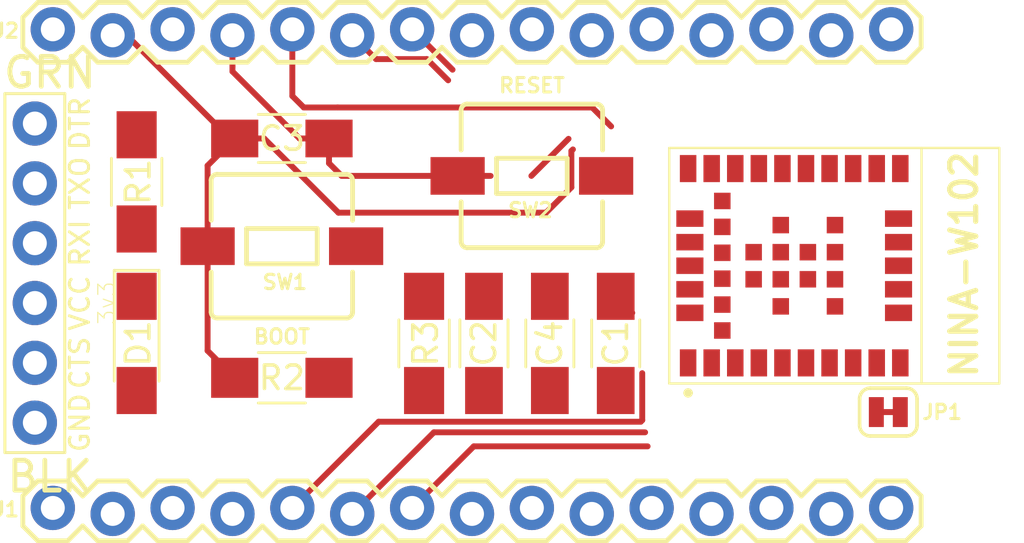
<source format=kicad_pcb>
(kicad_pcb (version 4) (host pcbnew 4.0.7-e2-6376~60~ubuntu17.10.1)

  (general
    (links 73)
    (no_connects 73)
    (area 106.11678 94.641999 152.309501 119.49618)
    (thickness 1.6)
    (drawings 6)
    (tracks 53)
    (zones 0)
    (modules 15)
    (nets 34)
  )

  (page A4)
  (title_block
    (title "ublox NINA-W102 minimal breakout")
    (date 2018-04-18)
    (rev 0.1)
    (company "GDG Zürich")
    (comment 1 "Michel Racic")
  )

  (layers
    (0 F.Cu signal)
    (31 B.Cu signal hide)
    (32 B.Adhes user hide)
    (33 F.Adhes user hide)
    (34 B.Paste user hide)
    (35 F.Paste user hide)
    (36 B.SilkS user hide)
    (37 F.SilkS user hide)
    (38 B.Mask user hide)
    (39 F.Mask user hide)
    (40 Dwgs.User user hide)
    (41 Cmts.User user hide)
    (42 Eco1.User user hide)
    (43 Eco2.User user hide)
    (44 Edge.Cuts user hide)
    (45 Margin user hide)
    (46 B.CrtYd user hide)
    (47 F.CrtYd user hide)
    (48 B.Fab user hide)
    (49 F.Fab user hide)
  )

  (setup
    (last_trace_width 0.1524)
    (trace_clearance 0.1524)
    (zone_clearance 0.508)
    (zone_45_only no)
    (trace_min 0.1524)
    (segment_width 0.2)
    (edge_width 0.15)
    (via_size 0.6858)
    (via_drill 0.3302)
    (via_min_size 0.508)
    (via_min_drill 0.254)
    (uvia_size 0.6858)
    (uvia_drill 0.3302)
    (uvias_allowed no)
    (uvia_min_size 0)
    (uvia_min_drill 0)
    (pcb_text_width 0.3)
    (pcb_text_size 1.5 1.5)
    (mod_edge_width 0.15)
    (mod_text_size 1 1)
    (mod_text_width 0.15)
    (pad_size 1.524 1.524)
    (pad_drill 0.762)
    (pad_to_mask_clearance 0.2)
    (aux_axis_origin 0 0)
    (visible_elements FFFFFF7F)
    (pcbplotparams
      (layerselection 0x00030_80000001)
      (usegerberextensions false)
      (excludeedgelayer true)
      (linewidth 0.100000)
      (plotframeref false)
      (viasonmask false)
      (mode 1)
      (useauxorigin false)
      (hpglpennumber 1)
      (hpglpenspeed 20)
      (hpglpendiameter 15)
      (hpglpenoverlay 2)
      (psnegative false)
      (psa4output false)
      (plotreference true)
      (plotvalue true)
      (plotinvisibletext false)
      (padsonsilk false)
      (subtractmaskfromsilk false)
      (outputformat 1)
      (mirror false)
      (drillshape 1)
      (scaleselection 1)
      (outputdirectory ""))
  )

  (net 0 "")
  (net 1 +3V3)
  (net 2 GND)
  (net 3 CTS)
  (net 4 DTR)
  (net 5 "Net-(D1-Pad1)")
  (net 6 "Net-(J1-Pad1)")
  (net 7 "Net-(J1-Pad2)")
  (net 8 "Net-(J1-Pad3)")
  (net 9 "Net-(J1-Pad5)")
  (net 10 "Net-(J1-Pad6)")
  (net 11 "Net-(J1-Pad7)")
  (net 12 "Net-(J1-Pad8)")
  (net 13 "Net-(J1-Pad9)")
  (net 14 "Net-(J1-Pad10)")
  (net 15 "Net-(J1-Pad12)")
  (net 16 "Net-(J1-Pad13)")
  (net 17 "Net-(J2-Pad1)")
  (net 18 "Net-(J2-Pad3)")
  (net 19 "Net-(J2-Pad5)")
  (net 20 "Net-(J2-Pad6)")
  (net 21 "Net-(J2-Pad7)")
  (net 22 RXD)
  (net 23 TXD)
  (net 24 "Net-(J2-Pad10)")
  (net 25 "Net-(J2-Pad11)")
  (net 26 "Net-(J2-Pad13)")
  (net 27 "Net-(J2-Pad14)")
  (net 28 "Net-(J2-Pad15)")
  (net 29 "Net-(U1-Pad11)")
  (net 30 "Net-(U1-Pad13)")
  (net 31 "Net-(U1-Pad15)")
  (net 32 "Net-(U1-Pad33)")
  (net 33 +1V8)

  (net_class Default "This is the default net class."
    (clearance 0.1524)
    (trace_width 0.1524)
    (via_dia 0.6858)
    (via_drill 0.3302)
    (uvia_dia 0.6858)
    (uvia_drill 0.3302)
    (add_net +1V8)
    (add_net +3V3)
    (add_net CTS)
    (add_net DTR)
    (add_net GND)
    (add_net "Net-(D1-Pad1)")
    (add_net "Net-(J1-Pad1)")
    (add_net "Net-(J1-Pad10)")
    (add_net "Net-(J1-Pad12)")
    (add_net "Net-(J1-Pad13)")
    (add_net "Net-(J1-Pad2)")
    (add_net "Net-(J1-Pad3)")
    (add_net "Net-(J1-Pad5)")
    (add_net "Net-(J1-Pad6)")
    (add_net "Net-(J1-Pad7)")
    (add_net "Net-(J1-Pad8)")
    (add_net "Net-(J1-Pad9)")
    (add_net "Net-(J2-Pad1)")
    (add_net "Net-(J2-Pad10)")
    (add_net "Net-(J2-Pad11)")
    (add_net "Net-(J2-Pad13)")
    (add_net "Net-(J2-Pad14)")
    (add_net "Net-(J2-Pad15)")
    (add_net "Net-(J2-Pad3)")
    (add_net "Net-(J2-Pad5)")
    (add_net "Net-(J2-Pad6)")
    (add_net "Net-(J2-Pad7)")
    (add_net "Net-(U1-Pad11)")
    (add_net "Net-(U1-Pad13)")
    (add_net "Net-(U1-Pad15)")
    (add_net "Net-(U1-Pad33)")
    (add_net RXD)
    (add_net TXD)
  )

  (module switchessilicone:TACTILE_SWITCH_SMD_6.0X6.0MM placed (layer F.Cu) (tedit 5AD880E9) (tstamp 5AD68325)
    (at 130.81 102.616 180)
    (descr "MOMENTARY SWITCH (PUSHBUTTON) - SPST - SMD, 6.0 X 6.0 MM")
    (tags "MOMENTARY SWITCH (PUSHBUTTON) - SPST - SMD, 6.0 X 3.5 MM")
    (path /5AD567C7)
    (attr smd)
    (fp_text reference SW2 (at 0.0635 -1.4605 180) (layer F.SilkS)
      (effects (font (size 0.6096 0.6096) (thickness 0.127)))
    )
    (fp_text value RESET (at 0 3.84 180) (layer F.SilkS)
      (effects (font (size 0.6096 0.6096) (thickness 0.127)))
    )
    (fp_line (start 3.00026 -1.1) (end 3.00026 -2.8) (layer F.SilkS) (width 0.2032))
    (fp_line (start -2.99974 -1.1) (end -2.99974 -2.8) (layer F.SilkS) (width 0.2032))
    (fp_line (start 3.00026 2.8) (end 3.00026 1.1) (layer F.SilkS) (width 0.2032))
    (fp_line (start -2.99974 -1.09982) (end -2.99974 1.09982) (layer Dwgs.User) (width 0.127))
    (fp_line (start 2.99974 -1.09982) (end 2.99974 1.09982) (layer Dwgs.User) (width 0.127))
    (fp_line (start -2.74828 -3.04752) (end 2.74828 -3.04752) (layer F.SilkS) (width 0.2032))
    (fp_line (start 2.74828 3.04752) (end -2.74828 3.04752) (layer F.SilkS) (width 0.2032))
    (fp_line (start -2.99974 2.8) (end -2.99974 1.1) (layer F.SilkS) (width 0.2032))
    (fp_line (start -1.4986 -0.7493) (end 1.4986 -0.7493) (layer F.SilkS) (width 0.2032))
    (fp_line (start 1.4986 0.7493) (end -1.4986 0.7493) (layer F.SilkS) (width 0.2032))
    (fp_line (start -1.4986 0.7493) (end -1.4986 -0.7493) (layer F.SilkS) (width 0.2032))
    (fp_line (start 1.4986 0.7493) (end 1.4986 -0.7493) (layer F.SilkS) (width 0.2032))
    (fp_line (start -1.99898 0) (end -0.99822 0) (layer Dwgs.User) (width 0.127))
    (fp_line (start -0.99822 0) (end 0.09906 -0.49784) (layer Dwgs.User) (width 0.127))
    (fp_line (start 0.29972 0) (end 1.99898 0) (layer Dwgs.User) (width 0.127))
    (fp_arc (start -2.74828 -2.7986) (end -2.99974 -2.7986) (angle 90) (layer F.SilkS) (width 0.2032))
    (fp_arc (start 2.74828 -2.7986) (end 2.74828 -3.04752) (angle 90) (layer F.SilkS) (width 0.2032))
    (fp_arc (start 2.74828 2.7986) (end 2.99974 2.7986) (angle 90) (layer F.SilkS) (width 0.2032))
    (fp_arc (start -2.74828 2.7986) (end -2.74828 3.04752) (angle 90) (layer F.SilkS) (width 0.2032))
    (pad 1 smd rect (at -3.1496 0) (size 2.2987 1.59766) (layers F.Cu F.Paste F.Mask)
      (net 4 DTR) (solder_mask_margin 0.1016))
    (pad 2 smd rect (at 3.1496 0) (size 2.2987 1.59766) (layers F.Cu F.Paste F.Mask)
      (net 2 GND) (solder_mask_margin 0.1016))
  )

  (module Connectors-SparkFun:1X15_LOCK placed (layer F.Cu) (tedit 5AD88291) (tstamp 5AD68281)
    (at 110.49 96.52)
    (descr "PLATED THROUGH HOLE -15 PIN LOCKING FOOTPRINT")
    (tags "PLATED THROUGH HOLE -15 PIN LOCKING FOOTPRINT")
    (path /5AD4D4D7)
    (attr virtual)
    (fp_text reference J2 (at -1.9685 -0.0635) (layer F.SilkS)
      (effects (font (size 0.6096 0.6096) (thickness 0.127)))
    )
    (fp_text value Conn_01x15 (at 0 1.905) (layer F.SilkS) hide
      (effects (font (size 0.6096 0.6096) (thickness 0.127)))
    )
    (fp_line (start 14.605 -1.27) (end 15.875 -1.27) (layer F.SilkS) (width 0.2032))
    (fp_line (start 15.875 -1.27) (end 16.51 -0.635) (layer F.SilkS) (width 0.2032))
    (fp_line (start 16.51 0.635) (end 15.875 1.27) (layer F.SilkS) (width 0.2032))
    (fp_line (start 11.43 -0.635) (end 12.065 -1.27) (layer F.SilkS) (width 0.2032))
    (fp_line (start 12.065 -1.27) (end 13.335 -1.27) (layer F.SilkS) (width 0.2032))
    (fp_line (start 13.335 -1.27) (end 13.97 -0.635) (layer F.SilkS) (width 0.2032))
    (fp_line (start 13.97 0.635) (end 13.335 1.27) (layer F.SilkS) (width 0.2032))
    (fp_line (start 13.335 1.27) (end 12.065 1.27) (layer F.SilkS) (width 0.2032))
    (fp_line (start 12.065 1.27) (end 11.43 0.635) (layer F.SilkS) (width 0.2032))
    (fp_line (start 14.605 -1.27) (end 13.97 -0.635) (layer F.SilkS) (width 0.2032))
    (fp_line (start 13.97 0.635) (end 14.605 1.27) (layer F.SilkS) (width 0.2032))
    (fp_line (start 15.875 1.27) (end 14.605 1.27) (layer F.SilkS) (width 0.2032))
    (fp_line (start 6.985 -1.27) (end 8.255 -1.27) (layer F.SilkS) (width 0.2032))
    (fp_line (start 8.255 -1.27) (end 8.89 -0.635) (layer F.SilkS) (width 0.2032))
    (fp_line (start 8.89 0.635) (end 8.255 1.27) (layer F.SilkS) (width 0.2032))
    (fp_line (start 8.89 -0.635) (end 9.525 -1.27) (layer F.SilkS) (width 0.2032))
    (fp_line (start 9.525 -1.27) (end 10.795 -1.27) (layer F.SilkS) (width 0.2032))
    (fp_line (start 10.795 -1.27) (end 11.43 -0.635) (layer F.SilkS) (width 0.2032))
    (fp_line (start 11.43 0.635) (end 10.795 1.27) (layer F.SilkS) (width 0.2032))
    (fp_line (start 10.795 1.27) (end 9.525 1.27) (layer F.SilkS) (width 0.2032))
    (fp_line (start 9.525 1.27) (end 8.89 0.635) (layer F.SilkS) (width 0.2032))
    (fp_line (start 3.81 -0.635) (end 4.445 -1.27) (layer F.SilkS) (width 0.2032))
    (fp_line (start 4.445 -1.27) (end 5.715 -1.27) (layer F.SilkS) (width 0.2032))
    (fp_line (start 5.715 -1.27) (end 6.35 -0.635) (layer F.SilkS) (width 0.2032))
    (fp_line (start 6.35 0.635) (end 5.715 1.27) (layer F.SilkS) (width 0.2032))
    (fp_line (start 5.715 1.27) (end 4.445 1.27) (layer F.SilkS) (width 0.2032))
    (fp_line (start 4.445 1.27) (end 3.81 0.635) (layer F.SilkS) (width 0.2032))
    (fp_line (start 6.985 -1.27) (end 6.35 -0.635) (layer F.SilkS) (width 0.2032))
    (fp_line (start 6.35 0.635) (end 6.985 1.27) (layer F.SilkS) (width 0.2032))
    (fp_line (start 8.255 1.27) (end 6.985 1.27) (layer F.SilkS) (width 0.2032))
    (fp_line (start -0.635 -1.27) (end 0.635 -1.27) (layer F.SilkS) (width 0.2032))
    (fp_line (start 0.635 -1.27) (end 1.27 -0.635) (layer F.SilkS) (width 0.2032))
    (fp_line (start 1.27 0.635) (end 0.635 1.27) (layer F.SilkS) (width 0.2032))
    (fp_line (start 1.27 -0.635) (end 1.905 -1.27) (layer F.SilkS) (width 0.2032))
    (fp_line (start 1.905 -1.27) (end 3.175 -1.27) (layer F.SilkS) (width 0.2032))
    (fp_line (start 3.175 -1.27) (end 3.81 -0.635) (layer F.SilkS) (width 0.2032))
    (fp_line (start 3.81 0.635) (end 3.175 1.27) (layer F.SilkS) (width 0.2032))
    (fp_line (start 3.175 1.27) (end 1.905 1.27) (layer F.SilkS) (width 0.2032))
    (fp_line (start 1.905 1.27) (end 1.27 0.635) (layer F.SilkS) (width 0.2032))
    (fp_line (start -1.27 -0.635) (end -1.27 0.635) (layer F.SilkS) (width 0.2032))
    (fp_line (start -0.635 -1.27) (end -1.27 -0.635) (layer F.SilkS) (width 0.2032))
    (fp_line (start -1.27 0.635) (end -0.635 1.27) (layer F.SilkS) (width 0.2032))
    (fp_line (start 0.635 1.27) (end -0.635 1.27) (layer F.SilkS) (width 0.2032))
    (fp_line (start 32.385 -1.27) (end 33.655 -1.27) (layer F.SilkS) (width 0.2032))
    (fp_line (start 33.655 -1.27) (end 34.29 -0.635) (layer F.SilkS) (width 0.2032))
    (fp_line (start 34.29 0.635) (end 33.655 1.27) (layer F.SilkS) (width 0.2032))
    (fp_line (start 29.21 -0.635) (end 29.845 -1.27) (layer F.SilkS) (width 0.2032))
    (fp_line (start 29.845 -1.27) (end 31.115 -1.27) (layer F.SilkS) (width 0.2032))
    (fp_line (start 31.115 -1.27) (end 31.75 -0.635) (layer F.SilkS) (width 0.2032))
    (fp_line (start 31.75 0.635) (end 31.115 1.27) (layer F.SilkS) (width 0.2032))
    (fp_line (start 31.115 1.27) (end 29.845 1.27) (layer F.SilkS) (width 0.2032))
    (fp_line (start 29.845 1.27) (end 29.21 0.635) (layer F.SilkS) (width 0.2032))
    (fp_line (start 32.385 -1.27) (end 31.75 -0.635) (layer F.SilkS) (width 0.2032))
    (fp_line (start 31.75 0.635) (end 32.385 1.27) (layer F.SilkS) (width 0.2032))
    (fp_line (start 33.655 1.27) (end 32.385 1.27) (layer F.SilkS) (width 0.2032))
    (fp_line (start 24.765 -1.27) (end 26.035 -1.27) (layer F.SilkS) (width 0.2032))
    (fp_line (start 26.035 -1.27) (end 26.67 -0.635) (layer F.SilkS) (width 0.2032))
    (fp_line (start 26.67 0.635) (end 26.035 1.27) (layer F.SilkS) (width 0.2032))
    (fp_line (start 26.67 -0.635) (end 27.305 -1.27) (layer F.SilkS) (width 0.2032))
    (fp_line (start 27.305 -1.27) (end 28.575 -1.27) (layer F.SilkS) (width 0.2032))
    (fp_line (start 28.575 -1.27) (end 29.21 -0.635) (layer F.SilkS) (width 0.2032))
    (fp_line (start 29.21 0.635) (end 28.575 1.27) (layer F.SilkS) (width 0.2032))
    (fp_line (start 28.575 1.27) (end 27.305 1.27) (layer F.SilkS) (width 0.2032))
    (fp_line (start 27.305 1.27) (end 26.67 0.635) (layer F.SilkS) (width 0.2032))
    (fp_line (start 21.59 -0.635) (end 22.225 -1.27) (layer F.SilkS) (width 0.2032))
    (fp_line (start 22.225 -1.27) (end 23.495 -1.27) (layer F.SilkS) (width 0.2032))
    (fp_line (start 23.495 -1.27) (end 24.13 -0.635) (layer F.SilkS) (width 0.2032))
    (fp_line (start 24.13 0.635) (end 23.495 1.27) (layer F.SilkS) (width 0.2032))
    (fp_line (start 23.495 1.27) (end 22.225 1.27) (layer F.SilkS) (width 0.2032))
    (fp_line (start 22.225 1.27) (end 21.59 0.635) (layer F.SilkS) (width 0.2032))
    (fp_line (start 24.765 -1.27) (end 24.13 -0.635) (layer F.SilkS) (width 0.2032))
    (fp_line (start 24.13 0.635) (end 24.765 1.27) (layer F.SilkS) (width 0.2032))
    (fp_line (start 26.035 1.27) (end 24.765 1.27) (layer F.SilkS) (width 0.2032))
    (fp_line (start 17.145 -1.27) (end 18.415 -1.27) (layer F.SilkS) (width 0.2032))
    (fp_line (start 18.415 -1.27) (end 19.05 -0.635) (layer F.SilkS) (width 0.2032))
    (fp_line (start 19.05 0.635) (end 18.415 1.27) (layer F.SilkS) (width 0.2032))
    (fp_line (start 19.05 -0.635) (end 19.685 -1.27) (layer F.SilkS) (width 0.2032))
    (fp_line (start 19.685 -1.27) (end 20.955 -1.27) (layer F.SilkS) (width 0.2032))
    (fp_line (start 20.955 -1.27) (end 21.59 -0.635) (layer F.SilkS) (width 0.2032))
    (fp_line (start 21.59 0.635) (end 20.955 1.27) (layer F.SilkS) (width 0.2032))
    (fp_line (start 20.955 1.27) (end 19.685 1.27) (layer F.SilkS) (width 0.2032))
    (fp_line (start 19.685 1.27) (end 19.05 0.635) (layer F.SilkS) (width 0.2032))
    (fp_line (start 17.145 -1.27) (end 16.51 -0.635) (layer F.SilkS) (width 0.2032))
    (fp_line (start 16.51 0.635) (end 17.145 1.27) (layer F.SilkS) (width 0.2032))
    (fp_line (start 18.415 1.27) (end 17.145 1.27) (layer F.SilkS) (width 0.2032))
    (fp_line (start 34.925 -1.27) (end 34.29 -0.635) (layer F.SilkS) (width 0.2032))
    (fp_line (start 34.925 -1.27) (end 36.195 -1.27) (layer F.SilkS) (width 0.2032))
    (fp_line (start 36.195 -1.27) (end 36.83 -0.635) (layer F.SilkS) (width 0.2032))
    (fp_line (start 36.83 -0.635) (end 36.83 0.635) (layer F.SilkS) (width 0.2032))
    (fp_line (start 36.83 0.635) (end 36.195 1.27) (layer F.SilkS) (width 0.2032))
    (fp_line (start 36.195 1.27) (end 34.925 1.27) (layer F.SilkS) (width 0.2032))
    (fp_line (start 34.29 0.635) (end 34.925 1.27) (layer F.SilkS) (width 0.2032))
    (pad 1 thru_hole circle (at 0 -0.127) (size 1.8796 1.8796) (drill 1.016) (layers *.Cu *.Mask)
      (net 17 "Net-(J2-Pad1)") (solder_mask_margin 0.1016))
    (pad 2 thru_hole circle (at 2.54 0.127) (size 1.8796 1.8796) (drill 1.016) (layers *.Cu *.Mask)
      (net 3 CTS) (solder_mask_margin 0.1016))
    (pad 3 thru_hole circle (at 5.08 -0.127) (size 1.8796 1.8796) (drill 1.016) (layers *.Cu *.Mask)
      (net 18 "Net-(J2-Pad3)") (solder_mask_margin 0.1016))
    (pad 4 thru_hole circle (at 7.62 0.127) (size 1.8796 1.8796) (drill 1.016) (layers *.Cu *.Mask)
      (net 2 GND) (solder_mask_margin 0.1016))
    (pad 5 thru_hole circle (at 10.16 -0.127) (size 1.8796 1.8796) (drill 1.016) (layers *.Cu *.Mask)
      (net 19 "Net-(J2-Pad5)") (solder_mask_margin 0.1016))
    (pad 6 thru_hole circle (at 12.7 0.127) (size 1.8796 1.8796) (drill 1.016) (layers *.Cu *.Mask)
      (net 20 "Net-(J2-Pad6)") (solder_mask_margin 0.1016))
    (pad 7 thru_hole circle (at 15.24 -0.127) (size 1.8796 1.8796) (drill 1.016) (layers *.Cu *.Mask)
      (net 21 "Net-(J2-Pad7)") (solder_mask_margin 0.1016))
    (pad 8 thru_hole circle (at 17.78 0.127) (size 1.8796 1.8796) (drill 1.016) (layers *.Cu *.Mask)
      (net 22 RXD) (solder_mask_margin 0.1016))
    (pad 9 thru_hole circle (at 20.32 -0.127) (size 1.8796 1.8796) (drill 1.016) (layers *.Cu *.Mask)
      (net 23 TXD) (solder_mask_margin 0.1016))
    (pad 10 thru_hole circle (at 22.86 0.127) (size 1.8796 1.8796) (drill 1.016) (layers *.Cu *.Mask)
      (net 24 "Net-(J2-Pad10)") (solder_mask_margin 0.1016))
    (pad 11 thru_hole circle (at 25.4 -0.127) (size 1.8796 1.8796) (drill 1.016) (layers *.Cu *.Mask)
      (net 25 "Net-(J2-Pad11)") (solder_mask_margin 0.1016))
    (pad 12 thru_hole circle (at 27.94 0.127) (size 1.8796 1.8796) (drill 1.016) (layers *.Cu *.Mask)
      (net 4 DTR) (solder_mask_margin 0.1016))
    (pad 13 thru_hole circle (at 30.48 -0.127) (size 1.8796 1.8796) (drill 1.016) (layers *.Cu *.Mask)
      (net 26 "Net-(J2-Pad13)") (solder_mask_margin 0.1016))
    (pad 14 thru_hole circle (at 33.02 0.127) (size 1.8796 1.8796) (drill 1.016) (layers *.Cu *.Mask)
      (net 27 "Net-(J2-Pad14)") (solder_mask_margin 0.1016))
    (pad 15 thru_hole circle (at 35.56 -0.127) (size 1.8796 1.8796) (drill 1.016) (layers *.Cu *.Mask)
      (net 28 "Net-(J2-Pad15)") (solder_mask_margin 0.1016))
  )

  (module Capacitors_SMD:C_1206_HandSoldering placed (layer F.Cu) (tedit 5AD881C2) (tstamp 5AD6815B)
    (at 134.366 109.728 90)
    (descr "Capacitor SMD 1206, hand soldering")
    (tags "capacitor 1206")
    (path /5ACA4A69)
    (attr smd)
    (fp_text reference C1 (at 0 0 90) (layer F.SilkS)
      (effects (font (size 1 1) (thickness 0.15)))
    )
    (fp_text value 100nF (at 0 2 90) (layer F.Fab)
      (effects (font (size 1 1) (thickness 0.15)))
    )
    (fp_text user %R (at 0 -1.75 90) (layer F.Fab)
      (effects (font (size 1 1) (thickness 0.15)))
    )
    (fp_line (start -1.6 0.8) (end -1.6 -0.8) (layer F.Fab) (width 0.1))
    (fp_line (start 1.6 0.8) (end -1.6 0.8) (layer F.Fab) (width 0.1))
    (fp_line (start 1.6 -0.8) (end 1.6 0.8) (layer F.Fab) (width 0.1))
    (fp_line (start -1.6 -0.8) (end 1.6 -0.8) (layer F.Fab) (width 0.1))
    (fp_line (start 1 -1.02) (end -1 -1.02) (layer F.SilkS) (width 0.12))
    (fp_line (start -1 1.02) (end 1 1.02) (layer F.SilkS) (width 0.12))
    (fp_line (start -3.25 -1.05) (end 3.25 -1.05) (layer F.CrtYd) (width 0.05))
    (fp_line (start -3.25 -1.05) (end -3.25 1.05) (layer F.CrtYd) (width 0.05))
    (fp_line (start 3.25 1.05) (end 3.25 -1.05) (layer F.CrtYd) (width 0.05))
    (fp_line (start 3.25 1.05) (end -3.25 1.05) (layer F.CrtYd) (width 0.05))
    (pad 1 smd rect (at -2 0 90) (size 2 1.6) (layers F.Cu F.Paste F.Mask)
      (net 33 +1V8))
    (pad 2 smd rect (at 2 0 90) (size 2 1.6) (layers F.Cu F.Paste F.Mask)
      (net 2 GND))
    (model Capacitors_SMD.3dshapes/C_1206.wrl
      (at (xyz 0 0 0))
      (scale (xyz 1 1 1))
      (rotate (xyz 0 0 0))
    )
  )

  (module Capacitors_SMD:C_1206_HandSoldering placed (layer F.Cu) (tedit 5AD881B8) (tstamp 5AD6816C)
    (at 131.572 109.728 90)
    (descr "Capacitor SMD 1206, hand soldering")
    (tags "capacitor 1206")
    (path /5ACA6355)
    (attr smd)
    (fp_text reference C2 (at 0 -2.794 90) (layer F.SilkS)
      (effects (font (size 1 1) (thickness 0.15)))
    )
    (fp_text value 100nF (at 0 2 90) (layer F.Fab)
      (effects (font (size 1 1) (thickness 0.15)))
    )
    (fp_text user %R (at 0 -1.75 90) (layer F.Fab)
      (effects (font (size 1 1) (thickness 0.15)))
    )
    (fp_line (start -1.6 0.8) (end -1.6 -0.8) (layer F.Fab) (width 0.1))
    (fp_line (start 1.6 0.8) (end -1.6 0.8) (layer F.Fab) (width 0.1))
    (fp_line (start 1.6 -0.8) (end 1.6 0.8) (layer F.Fab) (width 0.1))
    (fp_line (start -1.6 -0.8) (end 1.6 -0.8) (layer F.Fab) (width 0.1))
    (fp_line (start 1 -1.02) (end -1 -1.02) (layer F.SilkS) (width 0.12))
    (fp_line (start -1 1.02) (end 1 1.02) (layer F.SilkS) (width 0.12))
    (fp_line (start -3.25 -1.05) (end 3.25 -1.05) (layer F.CrtYd) (width 0.05))
    (fp_line (start -3.25 -1.05) (end -3.25 1.05) (layer F.CrtYd) (width 0.05))
    (fp_line (start 3.25 1.05) (end 3.25 -1.05) (layer F.CrtYd) (width 0.05))
    (fp_line (start 3.25 1.05) (end -3.25 1.05) (layer F.CrtYd) (width 0.05))
    (pad 1 smd rect (at -2 0 90) (size 2 1.6) (layers F.Cu F.Paste F.Mask)
      (net 1 +3V3))
    (pad 2 smd rect (at 2 0 90) (size 2 1.6) (layers F.Cu F.Paste F.Mask)
      (net 2 GND))
    (model Capacitors_SMD.3dshapes/C_1206.wrl
      (at (xyz 0 0 0))
      (scale (xyz 1 1 1))
      (rotate (xyz 0 0 0))
    )
  )

  (module Capacitors_SMD:C_1206_HandSoldering placed (layer F.Cu) (tedit 5AD881FF) (tstamp 5AD6817D)
    (at 120.2055 101.0285)
    (descr "Capacitor SMD 1206, hand soldering")
    (tags "capacitor 1206")
    (path /5AD57EAC)
    (attr smd)
    (fp_text reference C3 (at 0 0) (layer F.SilkS)
      (effects (font (size 1 1) (thickness 0.15)))
    )
    (fp_text value 1uF (at 0 2) (layer F.Fab)
      (effects (font (size 1 1) (thickness 0.15)))
    )
    (fp_text user %R (at 0 -1.75) (layer F.Fab)
      (effects (font (size 1 1) (thickness 0.15)))
    )
    (fp_line (start -1.6 0.8) (end -1.6 -0.8) (layer F.Fab) (width 0.1))
    (fp_line (start 1.6 0.8) (end -1.6 0.8) (layer F.Fab) (width 0.1))
    (fp_line (start 1.6 -0.8) (end 1.6 0.8) (layer F.Fab) (width 0.1))
    (fp_line (start -1.6 -0.8) (end 1.6 -0.8) (layer F.Fab) (width 0.1))
    (fp_line (start 1 -1.02) (end -1 -1.02) (layer F.SilkS) (width 0.12))
    (fp_line (start -1 1.02) (end 1 1.02) (layer F.SilkS) (width 0.12))
    (fp_line (start -3.25 -1.05) (end 3.25 -1.05) (layer F.CrtYd) (width 0.05))
    (fp_line (start -3.25 -1.05) (end -3.25 1.05) (layer F.CrtYd) (width 0.05))
    (fp_line (start 3.25 1.05) (end 3.25 -1.05) (layer F.CrtYd) (width 0.05))
    (fp_line (start 3.25 1.05) (end -3.25 1.05) (layer F.CrtYd) (width 0.05))
    (pad 1 smd rect (at -2 0) (size 2 1.6) (layers F.Cu F.Paste F.Mask)
      (net 3 CTS))
    (pad 2 smd rect (at 2 0) (size 2 1.6) (layers F.Cu F.Paste F.Mask)
      (net 2 GND))
    (model Capacitors_SMD.3dshapes/C_1206.wrl
      (at (xyz 0 0 0))
      (scale (xyz 1 1 1))
      (rotate (xyz 0 0 0))
    )
  )

  (module Capacitors_SMD:C_1206_HandSoldering placed (layer F.Cu) (tedit 5AD881A6) (tstamp 5AD6818E)
    (at 128.778 109.728 270)
    (descr "Capacitor SMD 1206, hand soldering")
    (tags "capacitor 1206")
    (path /5AD5688F)
    (attr smd)
    (fp_text reference C4 (at 0 -2.794 270) (layer F.SilkS)
      (effects (font (size 1 1) (thickness 0.15)))
    )
    (fp_text value 1uF (at 0 2 270) (layer F.Fab)
      (effects (font (size 1 1) (thickness 0.15)))
    )
    (fp_text user %R (at 0 -1.75 270) (layer F.Fab)
      (effects (font (size 1 1) (thickness 0.15)))
    )
    (fp_line (start -1.6 0.8) (end -1.6 -0.8) (layer F.Fab) (width 0.1))
    (fp_line (start 1.6 0.8) (end -1.6 0.8) (layer F.Fab) (width 0.1))
    (fp_line (start 1.6 -0.8) (end 1.6 0.8) (layer F.Fab) (width 0.1))
    (fp_line (start -1.6 -0.8) (end 1.6 -0.8) (layer F.Fab) (width 0.1))
    (fp_line (start 1 -1.02) (end -1 -1.02) (layer F.SilkS) (width 0.12))
    (fp_line (start -1 1.02) (end 1 1.02) (layer F.SilkS) (width 0.12))
    (fp_line (start -3.25 -1.05) (end 3.25 -1.05) (layer F.CrtYd) (width 0.05))
    (fp_line (start -3.25 -1.05) (end -3.25 1.05) (layer F.CrtYd) (width 0.05))
    (fp_line (start 3.25 1.05) (end 3.25 -1.05) (layer F.CrtYd) (width 0.05))
    (fp_line (start 3.25 1.05) (end -3.25 1.05) (layer F.CrtYd) (width 0.05))
    (pad 1 smd rect (at -2 0 270) (size 2 1.6) (layers F.Cu F.Paste F.Mask)
      (net 4 DTR))
    (pad 2 smd rect (at 2 0 270) (size 2 1.6) (layers F.Cu F.Paste F.Mask)
      (net 2 GND))
    (model Capacitors_SMD.3dshapes/C_1206.wrl
      (at (xyz 0 0 0))
      (scale (xyz 1 1 1))
      (rotate (xyz 0 0 0))
    )
  )

  (module LEDs:LED_1206_HandSoldering placed (layer F.Cu) (tedit 5AD881ED) (tstamp 5AD681A3)
    (at 114.046 109.728 270)
    (descr "LED SMD 1206, hand soldering")
    (tags "LED 1206")
    (path /5AD5A582)
    (attr smd)
    (fp_text reference D1 (at 0 -0.0635 270) (layer F.SilkS)
      (effects (font (size 1 1) (thickness 0.15)))
    )
    (fp_text value "PWR RED" (at 0 1.9 270) (layer F.Fab)
      (effects (font (size 1 1) (thickness 0.15)))
    )
    (fp_line (start -3.1 -0.95) (end -3.1 0.95) (layer F.SilkS) (width 0.12))
    (fp_line (start -0.4 0) (end 0.2 -0.4) (layer F.Fab) (width 0.1))
    (fp_line (start 0.2 -0.4) (end 0.2 0.4) (layer F.Fab) (width 0.1))
    (fp_line (start 0.2 0.4) (end -0.4 0) (layer F.Fab) (width 0.1))
    (fp_line (start -0.45 -0.4) (end -0.45 0.4) (layer F.Fab) (width 0.1))
    (fp_line (start -1.6 0.8) (end -1.6 -0.8) (layer F.Fab) (width 0.1))
    (fp_line (start 1.6 0.8) (end -1.6 0.8) (layer F.Fab) (width 0.1))
    (fp_line (start 1.6 -0.8) (end 1.6 0.8) (layer F.Fab) (width 0.1))
    (fp_line (start -1.6 -0.8) (end 1.6 -0.8) (layer F.Fab) (width 0.1))
    (fp_line (start -3.1 0.95) (end 1.6 0.95) (layer F.SilkS) (width 0.12))
    (fp_line (start -3.1 -0.95) (end 1.6 -0.95) (layer F.SilkS) (width 0.12))
    (fp_line (start -3.25 -1.11) (end 3.25 -1.11) (layer F.CrtYd) (width 0.05))
    (fp_line (start -3.25 -1.11) (end -3.25 1.1) (layer F.CrtYd) (width 0.05))
    (fp_line (start 3.25 1.1) (end 3.25 -1.11) (layer F.CrtYd) (width 0.05))
    (fp_line (start 3.25 1.1) (end -3.25 1.1) (layer F.CrtYd) (width 0.05))
    (pad 1 smd rect (at -2 0 270) (size 2 1.7) (layers F.Cu F.Paste F.Mask)
      (net 5 "Net-(D1-Pad1)"))
    (pad 2 smd rect (at 2 0 270) (size 2 1.7) (layers F.Cu F.Paste F.Mask)
      (net 1 +3V3))
    (model ${KISYS3DMOD}/LEDs.3dshapes/LED_1206.wrl
      (at (xyz 0 0 0))
      (scale (xyz 1 1 1))
      (rotate (xyz 0 0 180))
    )
  )

  (module Connectors-SparkFun:1X15_LOCK placed (layer F.Cu) (tedit 5AD882A0) (tstamp 5AD68212)
    (at 110.49 116.84)
    (descr "PLATED THROUGH HOLE -15 PIN LOCKING FOOTPRINT")
    (tags "PLATED THROUGH HOLE -15 PIN LOCKING FOOTPRINT")
    (path /5AD4D705)
    (attr virtual)
    (fp_text reference J1 (at -1.9685 -0.0635) (layer F.SilkS)
      (effects (font (size 0.6096 0.6096) (thickness 0.127)))
    )
    (fp_text value Conn_01x15 (at 0 1.905) (layer F.SilkS) hide
      (effects (font (size 0.6096 0.6096) (thickness 0.127)))
    )
    (fp_line (start 14.605 -1.27) (end 15.875 -1.27) (layer F.SilkS) (width 0.2032))
    (fp_line (start 15.875 -1.27) (end 16.51 -0.635) (layer F.SilkS) (width 0.2032))
    (fp_line (start 16.51 0.635) (end 15.875 1.27) (layer F.SilkS) (width 0.2032))
    (fp_line (start 11.43 -0.635) (end 12.065 -1.27) (layer F.SilkS) (width 0.2032))
    (fp_line (start 12.065 -1.27) (end 13.335 -1.27) (layer F.SilkS) (width 0.2032))
    (fp_line (start 13.335 -1.27) (end 13.97 -0.635) (layer F.SilkS) (width 0.2032))
    (fp_line (start 13.97 0.635) (end 13.335 1.27) (layer F.SilkS) (width 0.2032))
    (fp_line (start 13.335 1.27) (end 12.065 1.27) (layer F.SilkS) (width 0.2032))
    (fp_line (start 12.065 1.27) (end 11.43 0.635) (layer F.SilkS) (width 0.2032))
    (fp_line (start 14.605 -1.27) (end 13.97 -0.635) (layer F.SilkS) (width 0.2032))
    (fp_line (start 13.97 0.635) (end 14.605 1.27) (layer F.SilkS) (width 0.2032))
    (fp_line (start 15.875 1.27) (end 14.605 1.27) (layer F.SilkS) (width 0.2032))
    (fp_line (start 6.985 -1.27) (end 8.255 -1.27) (layer F.SilkS) (width 0.2032))
    (fp_line (start 8.255 -1.27) (end 8.89 -0.635) (layer F.SilkS) (width 0.2032))
    (fp_line (start 8.89 0.635) (end 8.255 1.27) (layer F.SilkS) (width 0.2032))
    (fp_line (start 8.89 -0.635) (end 9.525 -1.27) (layer F.SilkS) (width 0.2032))
    (fp_line (start 9.525 -1.27) (end 10.795 -1.27) (layer F.SilkS) (width 0.2032))
    (fp_line (start 10.795 -1.27) (end 11.43 -0.635) (layer F.SilkS) (width 0.2032))
    (fp_line (start 11.43 0.635) (end 10.795 1.27) (layer F.SilkS) (width 0.2032))
    (fp_line (start 10.795 1.27) (end 9.525 1.27) (layer F.SilkS) (width 0.2032))
    (fp_line (start 9.525 1.27) (end 8.89 0.635) (layer F.SilkS) (width 0.2032))
    (fp_line (start 3.81 -0.635) (end 4.445 -1.27) (layer F.SilkS) (width 0.2032))
    (fp_line (start 4.445 -1.27) (end 5.715 -1.27) (layer F.SilkS) (width 0.2032))
    (fp_line (start 5.715 -1.27) (end 6.35 -0.635) (layer F.SilkS) (width 0.2032))
    (fp_line (start 6.35 0.635) (end 5.715 1.27) (layer F.SilkS) (width 0.2032))
    (fp_line (start 5.715 1.27) (end 4.445 1.27) (layer F.SilkS) (width 0.2032))
    (fp_line (start 4.445 1.27) (end 3.81 0.635) (layer F.SilkS) (width 0.2032))
    (fp_line (start 6.985 -1.27) (end 6.35 -0.635) (layer F.SilkS) (width 0.2032))
    (fp_line (start 6.35 0.635) (end 6.985 1.27) (layer F.SilkS) (width 0.2032))
    (fp_line (start 8.255 1.27) (end 6.985 1.27) (layer F.SilkS) (width 0.2032))
    (fp_line (start -0.635 -1.27) (end 0.635 -1.27) (layer F.SilkS) (width 0.2032))
    (fp_line (start 0.635 -1.27) (end 1.27 -0.635) (layer F.SilkS) (width 0.2032))
    (fp_line (start 1.27 0.635) (end 0.635 1.27) (layer F.SilkS) (width 0.2032))
    (fp_line (start 1.27 -0.635) (end 1.905 -1.27) (layer F.SilkS) (width 0.2032))
    (fp_line (start 1.905 -1.27) (end 3.175 -1.27) (layer F.SilkS) (width 0.2032))
    (fp_line (start 3.175 -1.27) (end 3.81 -0.635) (layer F.SilkS) (width 0.2032))
    (fp_line (start 3.81 0.635) (end 3.175 1.27) (layer F.SilkS) (width 0.2032))
    (fp_line (start 3.175 1.27) (end 1.905 1.27) (layer F.SilkS) (width 0.2032))
    (fp_line (start 1.905 1.27) (end 1.27 0.635) (layer F.SilkS) (width 0.2032))
    (fp_line (start -1.27 -0.635) (end -1.27 0.635) (layer F.SilkS) (width 0.2032))
    (fp_line (start -0.635 -1.27) (end -1.27 -0.635) (layer F.SilkS) (width 0.2032))
    (fp_line (start -1.27 0.635) (end -0.635 1.27) (layer F.SilkS) (width 0.2032))
    (fp_line (start 0.635 1.27) (end -0.635 1.27) (layer F.SilkS) (width 0.2032))
    (fp_line (start 32.385 -1.27) (end 33.655 -1.27) (layer F.SilkS) (width 0.2032))
    (fp_line (start 33.655 -1.27) (end 34.29 -0.635) (layer F.SilkS) (width 0.2032))
    (fp_line (start 34.29 0.635) (end 33.655 1.27) (layer F.SilkS) (width 0.2032))
    (fp_line (start 29.21 -0.635) (end 29.845 -1.27) (layer F.SilkS) (width 0.2032))
    (fp_line (start 29.845 -1.27) (end 31.115 -1.27) (layer F.SilkS) (width 0.2032))
    (fp_line (start 31.115 -1.27) (end 31.75 -0.635) (layer F.SilkS) (width 0.2032))
    (fp_line (start 31.75 0.635) (end 31.115 1.27) (layer F.SilkS) (width 0.2032))
    (fp_line (start 31.115 1.27) (end 29.845 1.27) (layer F.SilkS) (width 0.2032))
    (fp_line (start 29.845 1.27) (end 29.21 0.635) (layer F.SilkS) (width 0.2032))
    (fp_line (start 32.385 -1.27) (end 31.75 -0.635) (layer F.SilkS) (width 0.2032))
    (fp_line (start 31.75 0.635) (end 32.385 1.27) (layer F.SilkS) (width 0.2032))
    (fp_line (start 33.655 1.27) (end 32.385 1.27) (layer F.SilkS) (width 0.2032))
    (fp_line (start 24.765 -1.27) (end 26.035 -1.27) (layer F.SilkS) (width 0.2032))
    (fp_line (start 26.035 -1.27) (end 26.67 -0.635) (layer F.SilkS) (width 0.2032))
    (fp_line (start 26.67 0.635) (end 26.035 1.27) (layer F.SilkS) (width 0.2032))
    (fp_line (start 26.67 -0.635) (end 27.305 -1.27) (layer F.SilkS) (width 0.2032))
    (fp_line (start 27.305 -1.27) (end 28.575 -1.27) (layer F.SilkS) (width 0.2032))
    (fp_line (start 28.575 -1.27) (end 29.21 -0.635) (layer F.SilkS) (width 0.2032))
    (fp_line (start 29.21 0.635) (end 28.575 1.27) (layer F.SilkS) (width 0.2032))
    (fp_line (start 28.575 1.27) (end 27.305 1.27) (layer F.SilkS) (width 0.2032))
    (fp_line (start 27.305 1.27) (end 26.67 0.635) (layer F.SilkS) (width 0.2032))
    (fp_line (start 21.59 -0.635) (end 22.225 -1.27) (layer F.SilkS) (width 0.2032))
    (fp_line (start 22.225 -1.27) (end 23.495 -1.27) (layer F.SilkS) (width 0.2032))
    (fp_line (start 23.495 -1.27) (end 24.13 -0.635) (layer F.SilkS) (width 0.2032))
    (fp_line (start 24.13 0.635) (end 23.495 1.27) (layer F.SilkS) (width 0.2032))
    (fp_line (start 23.495 1.27) (end 22.225 1.27) (layer F.SilkS) (width 0.2032))
    (fp_line (start 22.225 1.27) (end 21.59 0.635) (layer F.SilkS) (width 0.2032))
    (fp_line (start 24.765 -1.27) (end 24.13 -0.635) (layer F.SilkS) (width 0.2032))
    (fp_line (start 24.13 0.635) (end 24.765 1.27) (layer F.SilkS) (width 0.2032))
    (fp_line (start 26.035 1.27) (end 24.765 1.27) (layer F.SilkS) (width 0.2032))
    (fp_line (start 17.145 -1.27) (end 18.415 -1.27) (layer F.SilkS) (width 0.2032))
    (fp_line (start 18.415 -1.27) (end 19.05 -0.635) (layer F.SilkS) (width 0.2032))
    (fp_line (start 19.05 0.635) (end 18.415 1.27) (layer F.SilkS) (width 0.2032))
    (fp_line (start 19.05 -0.635) (end 19.685 -1.27) (layer F.SilkS) (width 0.2032))
    (fp_line (start 19.685 -1.27) (end 20.955 -1.27) (layer F.SilkS) (width 0.2032))
    (fp_line (start 20.955 -1.27) (end 21.59 -0.635) (layer F.SilkS) (width 0.2032))
    (fp_line (start 21.59 0.635) (end 20.955 1.27) (layer F.SilkS) (width 0.2032))
    (fp_line (start 20.955 1.27) (end 19.685 1.27) (layer F.SilkS) (width 0.2032))
    (fp_line (start 19.685 1.27) (end 19.05 0.635) (layer F.SilkS) (width 0.2032))
    (fp_line (start 17.145 -1.27) (end 16.51 -0.635) (layer F.SilkS) (width 0.2032))
    (fp_line (start 16.51 0.635) (end 17.145 1.27) (layer F.SilkS) (width 0.2032))
    (fp_line (start 18.415 1.27) (end 17.145 1.27) (layer F.SilkS) (width 0.2032))
    (fp_line (start 34.925 -1.27) (end 34.29 -0.635) (layer F.SilkS) (width 0.2032))
    (fp_line (start 34.925 -1.27) (end 36.195 -1.27) (layer F.SilkS) (width 0.2032))
    (fp_line (start 36.195 -1.27) (end 36.83 -0.635) (layer F.SilkS) (width 0.2032))
    (fp_line (start 36.83 -0.635) (end 36.83 0.635) (layer F.SilkS) (width 0.2032))
    (fp_line (start 36.83 0.635) (end 36.195 1.27) (layer F.SilkS) (width 0.2032))
    (fp_line (start 36.195 1.27) (end 34.925 1.27) (layer F.SilkS) (width 0.2032))
    (fp_line (start 34.29 0.635) (end 34.925 1.27) (layer F.SilkS) (width 0.2032))
    (pad 1 thru_hole circle (at 0 -0.127) (size 1.8796 1.8796) (drill 1.016) (layers *.Cu *.Mask)
      (net 6 "Net-(J1-Pad1)") (solder_mask_margin 0.1016))
    (pad 2 thru_hole circle (at 2.54 0.127) (size 1.8796 1.8796) (drill 1.016) (layers *.Cu *.Mask)
      (net 7 "Net-(J1-Pad2)") (solder_mask_margin 0.1016))
    (pad 3 thru_hole circle (at 5.08 -0.127) (size 1.8796 1.8796) (drill 1.016) (layers *.Cu *.Mask)
      (net 8 "Net-(J1-Pad3)") (solder_mask_margin 0.1016))
    (pad 4 thru_hole circle (at 7.62 0.127) (size 1.8796 1.8796) (drill 1.016) (layers *.Cu *.Mask)
      (net 2 GND) (solder_mask_margin 0.1016))
    (pad 5 thru_hole circle (at 10.16 -0.127) (size 1.8796 1.8796) (drill 1.016) (layers *.Cu *.Mask)
      (net 9 "Net-(J1-Pad5)") (solder_mask_margin 0.1016))
    (pad 6 thru_hole circle (at 12.7 0.127) (size 1.8796 1.8796) (drill 1.016) (layers *.Cu *.Mask)
      (net 10 "Net-(J1-Pad6)") (solder_mask_margin 0.1016))
    (pad 7 thru_hole circle (at 15.24 -0.127) (size 1.8796 1.8796) (drill 1.016) (layers *.Cu *.Mask)
      (net 11 "Net-(J1-Pad7)") (solder_mask_margin 0.1016))
    (pad 8 thru_hole circle (at 17.78 0.127) (size 1.8796 1.8796) (drill 1.016) (layers *.Cu *.Mask)
      (net 12 "Net-(J1-Pad8)") (solder_mask_margin 0.1016))
    (pad 9 thru_hole circle (at 20.32 -0.127) (size 1.8796 1.8796) (drill 1.016) (layers *.Cu *.Mask)
      (net 13 "Net-(J1-Pad9)") (solder_mask_margin 0.1016))
    (pad 10 thru_hole circle (at 22.86 0.127) (size 1.8796 1.8796) (drill 1.016) (layers *.Cu *.Mask)
      (net 14 "Net-(J1-Pad10)") (solder_mask_margin 0.1016))
    (pad 11 thru_hole circle (at 25.4 -0.127) (size 1.8796 1.8796) (drill 1.016) (layers *.Cu *.Mask)
      (net 2 GND) (solder_mask_margin 0.1016))
    (pad 12 thru_hole circle (at 27.94 0.127) (size 1.8796 1.8796) (drill 1.016) (layers *.Cu *.Mask)
      (net 15 "Net-(J1-Pad12)") (solder_mask_margin 0.1016))
    (pad 13 thru_hole circle (at 30.48 -0.127) (size 1.8796 1.8796) (drill 1.016) (layers *.Cu *.Mask)
      (net 16 "Net-(J1-Pad13)") (solder_mask_margin 0.1016))
    (pad 14 thru_hole circle (at 33.02 0.127) (size 1.8796 1.8796) (drill 1.016) (layers *.Cu *.Mask)
      (net 33 +1V8) (solder_mask_margin 0.1016))
    (pad 15 thru_hole circle (at 35.56 -0.127) (size 1.8796 1.8796) (drill 1.016) (layers *.Cu *.Mask)
      (net 1 +3V3) (solder_mask_margin 0.1016))
  )

  (module Jumpers:SMT-JUMPER_2_NC_TRACE_SILK placed (layer F.Cu) (tedit 5AD8824A) (tstamp 5AD682C0)
    (at 145.929 112.643)
    (path /5AD53D5A)
    (attr smd)
    (fp_text reference JP1 (at 2.286 0) (layer F.SilkS)
      (effects (font (size 0.6096 0.6096) (thickness 0.127)))
    )
    (fp_text value JUMPER-SMT_2_NC (at 0.127 1.4605) (layer F.SilkS) hide
      (effects (font (size 0.6096 0.6096) (thickness 0.127)))
    )
    (fp_line (start 0.762 1.016) (end -0.762 1.016) (layer F.SilkS) (width 0.1524))
    (fp_line (start 1.2192 0.5588) (end 1.2192 -0.5588) (layer F.SilkS) (width 0.1524))
    (fp_line (start -1.2192 0.5588) (end -1.2192 -0.5588) (layer F.SilkS) (width 0.1524))
    (fp_line (start -0.762 -1.016) (end 0.762 -1.016) (layer F.SilkS) (width 0.1524))
    (fp_line (start -0.508 0) (end 0.508 0) (layer F.Cu) (width 0.254))
    (fp_arc (start 0.762 -0.5588) (end 0.762 -1.016) (angle 90) (layer F.SilkS) (width 0.1524))
    (fp_arc (start -0.762 -0.5588) (end -1.2192 -0.5588) (angle 90) (layer F.SilkS) (width 0.1524))
    (fp_arc (start -0.762 0.5588) (end -0.762 1.016) (angle 90) (layer F.SilkS) (width 0.1524))
    (fp_arc (start 0.762 0.5588) (end 1.2192 0.5588) (angle 90) (layer F.SilkS) (width 0.1524))
    (pad 1 smd rect (at -0.508 0) (size 0.635 1.27) (layers F.Cu F.Mask)
      (net 33 +1V8) (solder_mask_margin 0.1016))
    (pad 2 smd rect (at 0.508 0) (size 0.635 1.27) (layers F.Cu F.Mask)
      (net 1 +3V3) (solder_mask_margin 0.1016))
  )

  (module Resistors_SMD:R_1206_HandSoldering placed (layer F.Cu) (tedit 5AD881F5) (tstamp 5AD682D1)
    (at 114.046 102.87 90)
    (descr "Resistor SMD 1206, hand soldering")
    (tags "resistor 1206")
    (path /5AD5B53E)
    (attr smd)
    (fp_text reference R1 (at 0 0.0635 90) (layer F.SilkS)
      (effects (font (size 1 1) (thickness 0.15)))
    )
    (fp_text value 1k (at 0 1.9 90) (layer F.Fab)
      (effects (font (size 1 1) (thickness 0.15)))
    )
    (fp_text user %R (at 0 0 90) (layer F.Fab)
      (effects (font (size 0.7 0.7) (thickness 0.105)))
    )
    (fp_line (start -1.6 0.8) (end -1.6 -0.8) (layer F.Fab) (width 0.1))
    (fp_line (start 1.6 0.8) (end -1.6 0.8) (layer F.Fab) (width 0.1))
    (fp_line (start 1.6 -0.8) (end 1.6 0.8) (layer F.Fab) (width 0.1))
    (fp_line (start -1.6 -0.8) (end 1.6 -0.8) (layer F.Fab) (width 0.1))
    (fp_line (start 1 1.07) (end -1 1.07) (layer F.SilkS) (width 0.12))
    (fp_line (start -1 -1.07) (end 1 -1.07) (layer F.SilkS) (width 0.12))
    (fp_line (start -3.25 -1.11) (end 3.25 -1.11) (layer F.CrtYd) (width 0.05))
    (fp_line (start -3.25 -1.11) (end -3.25 1.1) (layer F.CrtYd) (width 0.05))
    (fp_line (start 3.25 1.1) (end 3.25 -1.11) (layer F.CrtYd) (width 0.05))
    (fp_line (start 3.25 1.1) (end -3.25 1.1) (layer F.CrtYd) (width 0.05))
    (pad 1 smd rect (at -2 0 90) (size 2 1.7) (layers F.Cu F.Paste F.Mask)
      (net 5 "Net-(D1-Pad1)"))
    (pad 2 smd rect (at 2 0 90) (size 2 1.7) (layers F.Cu F.Paste F.Mask)
      (net 2 GND))
    (model ${KISYS3DMOD}/Resistors_SMD.3dshapes/R_1206.wrl
      (at (xyz 0 0 0))
      (scale (xyz 1 1 1))
      (rotate (xyz 0 0 0))
    )
  )

  (module Resistors_SMD:R_1206_HandSoldering placed (layer F.Cu) (tedit 5AD881E1) (tstamp 5AD682E2)
    (at 120.2055 111.1885 180)
    (descr "Resistor SMD 1206, hand soldering")
    (tags "resistor 1206")
    (path /5AD57EBD)
    (attr smd)
    (fp_text reference R2 (at 0 0 180) (layer F.SilkS)
      (effects (font (size 1 1) (thickness 0.15)))
    )
    (fp_text value 10k (at 0 1.9 180) (layer F.Fab)
      (effects (font (size 1 1) (thickness 0.15)))
    )
    (fp_text user %R (at 0 0 180) (layer F.Fab)
      (effects (font (size 0.7 0.7) (thickness 0.105)))
    )
    (fp_line (start -1.6 0.8) (end -1.6 -0.8) (layer F.Fab) (width 0.1))
    (fp_line (start 1.6 0.8) (end -1.6 0.8) (layer F.Fab) (width 0.1))
    (fp_line (start 1.6 -0.8) (end 1.6 0.8) (layer F.Fab) (width 0.1))
    (fp_line (start -1.6 -0.8) (end 1.6 -0.8) (layer F.Fab) (width 0.1))
    (fp_line (start 1 1.07) (end -1 1.07) (layer F.SilkS) (width 0.12))
    (fp_line (start -1 -1.07) (end 1 -1.07) (layer F.SilkS) (width 0.12))
    (fp_line (start -3.25 -1.11) (end 3.25 -1.11) (layer F.CrtYd) (width 0.05))
    (fp_line (start -3.25 -1.11) (end -3.25 1.1) (layer F.CrtYd) (width 0.05))
    (fp_line (start 3.25 1.1) (end 3.25 -1.11) (layer F.CrtYd) (width 0.05))
    (fp_line (start 3.25 1.1) (end -3.25 1.1) (layer F.CrtYd) (width 0.05))
    (pad 1 smd rect (at -2 0 180) (size 2 1.7) (layers F.Cu F.Paste F.Mask)
      (net 33 +1V8))
    (pad 2 smd rect (at 2 0 180) (size 2 1.7) (layers F.Cu F.Paste F.Mask)
      (net 3 CTS))
    (model ${KISYS3DMOD}/Resistors_SMD.3dshapes/R_1206.wrl
      (at (xyz 0 0 0))
      (scale (xyz 1 1 1))
      (rotate (xyz 0 0 0))
    )
  )

  (module Resistors_SMD:R_1206_HandSoldering placed (layer F.Cu) (tedit 5AD8818E) (tstamp 5AD682F3)
    (at 126.238 109.728 90)
    (descr "Resistor SMD 1206, hand soldering")
    (tags "resistor 1206")
    (path /5AD570D3)
    (attr smd)
    (fp_text reference R3 (at 0 0.0635 90) (layer F.SilkS)
      (effects (font (size 1 1) (thickness 0.15)))
    )
    (fp_text value 10k (at 0 1.9 90) (layer F.Fab)
      (effects (font (size 1 1) (thickness 0.15)))
    )
    (fp_text user %R (at 0 0 90) (layer F.Fab)
      (effects (font (size 0.7 0.7) (thickness 0.105)))
    )
    (fp_line (start -1.6 0.8) (end -1.6 -0.8) (layer F.Fab) (width 0.1))
    (fp_line (start 1.6 0.8) (end -1.6 0.8) (layer F.Fab) (width 0.1))
    (fp_line (start 1.6 -0.8) (end 1.6 0.8) (layer F.Fab) (width 0.1))
    (fp_line (start -1.6 -0.8) (end 1.6 -0.8) (layer F.Fab) (width 0.1))
    (fp_line (start 1 1.07) (end -1 1.07) (layer F.SilkS) (width 0.12))
    (fp_line (start -1 -1.07) (end 1 -1.07) (layer F.SilkS) (width 0.12))
    (fp_line (start -3.25 -1.11) (end 3.25 -1.11) (layer F.CrtYd) (width 0.05))
    (fp_line (start -3.25 -1.11) (end -3.25 1.1) (layer F.CrtYd) (width 0.05))
    (fp_line (start 3.25 1.1) (end 3.25 -1.11) (layer F.CrtYd) (width 0.05))
    (fp_line (start 3.25 1.1) (end -3.25 1.1) (layer F.CrtYd) (width 0.05))
    (pad 1 smd rect (at -2 0 90) (size 2 1.7) (layers F.Cu F.Paste F.Mask)
      (net 33 +1V8))
    (pad 2 smd rect (at 2 0 90) (size 2 1.7) (layers F.Cu F.Paste F.Mask)
      (net 4 DTR))
    (model ${KISYS3DMOD}/Resistors_SMD.3dshapes/R_1206.wrl
      (at (xyz 0 0 0))
      (scale (xyz 1 1 1))
      (rotate (xyz 0 0 0))
    )
  )

  (module switchessilicone:TACTILE_SWITCH_SMD_6.0X6.0MM placed (layer F.Cu) (tedit 5AD880F5) (tstamp 5AD6830C)
    (at 120.2055 105.6005)
    (descr "MOMENTARY SWITCH (PUSHBUTTON) - SPST - SMD, 6.0 X 6.0 MM")
    (tags "MOMENTARY SWITCH (PUSHBUTTON) - SPST - SMD, 6.0 X 3.5 MM")
    (path /5AD57EA6)
    (attr smd)
    (fp_text reference SW1 (at 0.127 1.524) (layer F.SilkS)
      (effects (font (size 0.6096 0.6096) (thickness 0.127)))
    )
    (fp_text value BOOT (at 0 3.84) (layer F.SilkS)
      (effects (font (size 0.6096 0.6096) (thickness 0.127)))
    )
    (fp_line (start 3.00026 -1.1) (end 3.00026 -2.8) (layer F.SilkS) (width 0.2032))
    (fp_line (start -2.99974 -1.1) (end -2.99974 -2.8) (layer F.SilkS) (width 0.2032))
    (fp_line (start 3.00026 2.8) (end 3.00026 1.1) (layer F.SilkS) (width 0.2032))
    (fp_line (start -2.99974 -1.09982) (end -2.99974 1.09982) (layer Dwgs.User) (width 0.127))
    (fp_line (start 2.99974 -1.09982) (end 2.99974 1.09982) (layer Dwgs.User) (width 0.127))
    (fp_line (start -2.74828 -3.04752) (end 2.74828 -3.04752) (layer F.SilkS) (width 0.2032))
    (fp_line (start 2.74828 3.04752) (end -2.74828 3.04752) (layer F.SilkS) (width 0.2032))
    (fp_line (start -2.99974 2.8) (end -2.99974 1.1) (layer F.SilkS) (width 0.2032))
    (fp_line (start -1.4986 -0.7493) (end 1.4986 -0.7493) (layer F.SilkS) (width 0.2032))
    (fp_line (start 1.4986 0.7493) (end -1.4986 0.7493) (layer F.SilkS) (width 0.2032))
    (fp_line (start -1.4986 0.7493) (end -1.4986 -0.7493) (layer F.SilkS) (width 0.2032))
    (fp_line (start 1.4986 0.7493) (end 1.4986 -0.7493) (layer F.SilkS) (width 0.2032))
    (fp_line (start -1.99898 0) (end -0.99822 0) (layer Dwgs.User) (width 0.127))
    (fp_line (start -0.99822 0) (end 0.09906 -0.49784) (layer Dwgs.User) (width 0.127))
    (fp_line (start 0.29972 0) (end 1.99898 0) (layer Dwgs.User) (width 0.127))
    (fp_arc (start -2.74828 -2.7986) (end -2.99974 -2.7986) (angle 90) (layer F.SilkS) (width 0.2032))
    (fp_arc (start 2.74828 -2.7986) (end 2.74828 -3.04752) (angle 90) (layer F.SilkS) (width 0.2032))
    (fp_arc (start 2.74828 2.7986) (end 2.99974 2.7986) (angle 90) (layer F.SilkS) (width 0.2032))
    (fp_arc (start -2.74828 2.7986) (end -2.74828 3.04752) (angle 90) (layer F.SilkS) (width 0.2032))
    (pad 1 smd rect (at -3.1496 0 180) (size 2.2987 1.59766) (layers F.Cu F.Paste F.Mask)
      (net 3 CTS) (solder_mask_margin 0.1016))
    (pad 2 smd rect (at 3.1496 0 180) (size 2.2987 1.59766) (layers F.Cu F.Paste F.Mask)
      (net 2 GND) (solder_mask_margin 0.1016))
  )

  (module lib:NINA-W102 placed (layer F.Cu) (tedit 5AD88256) (tstamp 5AD6836A)
    (at 143.637 106.68)
    (descr NINA-W102)
    (tags "Integrated Circuit")
    (path /5ACA488E)
    (attr smd)
    (fp_text reference U1 (at 4.6 5.8) (layer F.SilkS) hide
      (effects (font (size 1.27 1.27) (thickness 0.254)))
    )
    (fp_text value NINA-W102 (at 5.5 -0.3 90) (layer F.SilkS)
      (effects (font (size 1.1 1.1) (thickness 0.22)))
    )
    (fp_line (start 3.7 -5.25) (end 3.7 4.75) (layer F.SilkS) (width 0.1))
    (fp_line (start -7 -5.25) (end 7 -5.25) (layer Dwgs.User) (width 0.2))
    (fp_line (start 7 -5.25) (end 7 4.75) (layer Dwgs.User) (width 0.2))
    (fp_line (start 7 4.75) (end -7 4.75) (layer Dwgs.User) (width 0.2))
    (fp_line (start -7 4.75) (end -7 -5.25) (layer Dwgs.User) (width 0.2))
    (fp_line (start -7 -5.25) (end 7 -5.25) (layer F.SilkS) (width 0.1))
    (fp_line (start 7 -5.25) (end 7 4.75) (layer F.SilkS) (width 0.1))
    (fp_line (start 7 4.75) (end -7 4.75) (layer F.SilkS) (width 0.1))
    (fp_line (start -7 4.75) (end -7 -5.25) (layer F.SilkS) (width 0.1))
    (fp_line (start -8 -6.25) (end 8 -6.25) (layer Dwgs.User) (width 0.1))
    (fp_line (start 8 -6.25) (end 8 6.25) (layer Dwgs.User) (width 0.1))
    (fp_line (start 8 6.25) (end -8 6.25) (layer Dwgs.User) (width 0.1))
    (fp_line (start -8 6.25) (end -8 -6.25) (layer Dwgs.User) (width 0.1))
    (fp_line (start -6.3 5.15) (end -6.3 5.15) (layer F.SilkS) (width 0.2))
    (fp_line (start -6.1 5.15) (end -6.1 5.15) (layer F.SilkS) (width 0.2))
    (fp_arc (start -6.2 5.15) (end -6.3 5.15) (angle 180) (layer F.SilkS) (width 0.2))
    (fp_arc (start -6.2 5.15) (end -6.1 5.15) (angle 180) (layer F.SilkS) (width 0.2))
    (pad 1 smd rect (at -6.2 3.875) (size 0.7 1.15) (layers F.Cu F.Paste F.Mask)
      (net 10 "Net-(J1-Pad6)"))
    (pad 2 smd rect (at -5.2 3.875) (size 0.7 1.15) (layers F.Cu F.Paste F.Mask)
      (net 11 "Net-(J1-Pad7)"))
    (pad 3 smd rect (at -4.2 3.875) (size 0.7 1.15) (layers F.Cu F.Paste F.Mask)
      (net 12 "Net-(J1-Pad8)"))
    (pad 4 smd rect (at -3.2 3.875) (size 0.7 1.15) (layers F.Cu F.Paste F.Mask)
      (net 13 "Net-(J1-Pad9)"))
    (pad 5 smd rect (at -2.2 3.875) (size 0.7 1.15) (layers F.Cu F.Paste F.Mask)
      (net 14 "Net-(J1-Pad10)"))
    (pad 6 smd rect (at -1.2 3.875) (size 0.7 1.15) (layers F.Cu F.Paste F.Mask)
      (net 2 GND))
    (pad 7 smd rect (at -0.2 3.875) (size 0.7 1.15) (layers F.Cu F.Paste F.Mask)
      (net 15 "Net-(J1-Pad12)"))
    (pad 8 smd rect (at 0.8 3.875) (size 0.7 1.15) (layers F.Cu F.Paste F.Mask)
      (net 16 "Net-(J1-Pad13)"))
    (pad 9 smd rect (at 1.8 3.875) (size 0.7 1.15) (layers F.Cu F.Paste F.Mask)
      (net 33 +1V8))
    (pad 10 smd rect (at 2.8 3.875) (size 0.7 1.15) (layers F.Cu F.Paste F.Mask)
      (net 1 +3V3))
    (pad 11 smd rect (at 2.725 1.75 90) (size 0.7 1.15) (layers F.Cu F.Paste F.Mask)
      (net 29 "Net-(U1-Pad11)"))
    (pad 12 smd rect (at 2.725 0.75 90) (size 0.7 1.15) (layers F.Cu F.Paste F.Mask)
      (net 2 GND))
    (pad 13 smd rect (at 2.725 -0.25 90) (size 0.7 1.15) (layers F.Cu F.Paste F.Mask)
      (net 30 "Net-(U1-Pad13)"))
    (pad 14 smd rect (at 2.725 -1.25 90) (size 0.7 1.15) (layers F.Cu F.Paste F.Mask)
      (net 2 GND))
    (pad 15 smd rect (at 2.725 -2.25 90) (size 0.7 1.15) (layers F.Cu F.Paste F.Mask)
      (net 31 "Net-(U1-Pad15)"))
    (pad 16 smd rect (at 2.8 -4.375) (size 0.7 1.15) (layers F.Cu F.Paste F.Mask)
      (net 28 "Net-(J2-Pad15)"))
    (pad 17 smd rect (at 1.8 -4.375) (size 0.7 1.15) (layers F.Cu F.Paste F.Mask)
      (net 27 "Net-(J2-Pad14)"))
    (pad 18 smd rect (at 0.8 -4.375) (size 0.7 1.15) (layers F.Cu F.Paste F.Mask)
      (net 26 "Net-(J2-Pad13)"))
    (pad 19 smd rect (at -0.2 -4.375) (size 0.7 1.15) (layers F.Cu F.Paste F.Mask)
      (net 4 DTR))
    (pad 20 smd rect (at -1.2 -4.375) (size 0.7 1.15) (layers F.Cu F.Paste F.Mask)
      (net 25 "Net-(J2-Pad11)"))
    (pad 21 smd rect (at -2.2 -4.375) (size 0.7 1.15) (layers F.Cu F.Paste F.Mask)
      (net 24 "Net-(J2-Pad10)"))
    (pad 22 smd rect (at -3.2 -4.375) (size 0.7 1.15) (layers F.Cu F.Paste F.Mask)
      (net 23 TXD))
    (pad 23 smd rect (at -4.2 -4.375) (size 0.7 1.15) (layers F.Cu F.Paste F.Mask)
      (net 22 RXD))
    (pad 24 smd rect (at -5.2 -4.375) (size 0.7 1.15) (layers F.Cu F.Paste F.Mask)
      (net 21 "Net-(J2-Pad7)"))
    (pad 25 smd rect (at -6.2 -4.375) (size 0.7 1.15) (layers F.Cu F.Paste F.Mask)
      (net 20 "Net-(J2-Pad6)"))
    (pad 26 smd rect (at -6.125 -2.25 90) (size 0.7 1.15) (layers F.Cu F.Paste F.Mask)
      (net 2 GND))
    (pad 27 smd rect (at -6.125 -1.25 90) (size 0.7 1.15) (layers F.Cu F.Paste F.Mask)
      (net 3 CTS))
    (pad 28 smd rect (at -6.125 -0.25 90) (size 0.7 1.15) (layers F.Cu F.Paste F.Mask)
      (net 6 "Net-(J1-Pad1)"))
    (pad 29 smd rect (at -6.125 0.75 90) (size 0.7 1.15) (layers F.Cu F.Paste F.Mask)
      (net 7 "Net-(J1-Pad2)"))
    (pad 30 smd rect (at -6.125 1.75 90) (size 0.7 1.15) (layers F.Cu F.Paste F.Mask)
      (net 2 GND))
    (pad 31 smd rect (at -4.75 2.5 90) (size 0.7 0.7) (layers F.Cu F.Paste F.Mask)
      (net 9 "Net-(J1-Pad5)"))
    (pad 32 smd rect (at -4.75 1.4 90) (size 0.7 0.7) (layers F.Cu F.Paste F.Mask)
      (net 8 "Net-(J1-Pad3)"))
    (pad 33 smd rect (at -4.75 0.3 90) (size 0.7 0.7) (layers F.Cu F.Paste F.Mask)
      (net 32 "Net-(U1-Pad33)"))
    (pad 34 smd rect (at -4.75 -0.8 90) (size 0.7 0.7) (layers F.Cu F.Paste F.Mask)
      (net 17 "Net-(J2-Pad1)"))
    (pad 35 smd rect (at -4.75 -1.9 90) (size 0.7 0.7) (layers F.Cu F.Paste F.Mask)
      (net 18 "Net-(J2-Pad3)"))
    (pad 36 smd rect (at -4.75 -3 90) (size 0.7 0.7) (layers F.Cu F.Paste F.Mask)
      (net 19 "Net-(J2-Pad5)"))
    (pad 37 smd rect (at -3.42 0.325 90) (size 0.7 0.7) (layers F.Cu F.Paste F.Mask)
      (net 2 GND))
    (pad 38 smd rect (at -3.42 -0.825 90) (size 0.7 0.7) (layers F.Cu F.Paste F.Mask)
      (net 2 GND))
    (pad 39 smd rect (at -2.27 1.475 90) (size 0.7 0.7) (layers F.Cu F.Paste F.Mask)
      (net 2 GND))
    (pad 40 smd rect (at -2.27 0.325 90) (size 0.7 0.7) (layers F.Cu F.Paste F.Mask)
      (net 2 GND))
    (pad 41 smd rect (at -2.27 -0.825 90) (size 0.7 0.7) (layers F.Cu F.Paste F.Mask)
      (net 2 GND))
    (pad 42 smd rect (at -2.27 -1.975 90) (size 0.7 0.7) (layers F.Cu F.Paste F.Mask)
      (net 2 GND))
    (pad 43 smd rect (at -1.12 0.325 90) (size 0.7 0.7) (layers F.Cu F.Paste F.Mask)
      (net 2 GND))
    (pad 44 smd rect (at -1.12 -0.825 90) (size 0.7 0.7) (layers F.Cu F.Paste F.Mask)
      (net 2 GND))
    (pad 45 smd rect (at 0.03 1.475 90) (size 0.7 0.7) (layers F.Cu F.Paste F.Mask)
      (net 2 GND))
    (pad 46 smd rect (at 0.03 0.325 90) (size 0.7 0.7) (layers F.Cu F.Paste F.Mask)
      (net 2 GND))
    (pad 47 smd rect (at 0.03 -0.825 90) (size 0.7 0.7) (layers F.Cu F.Paste F.Mask)
      (net 2 GND))
    (pad 48 smd rect (at 0.03 -1.975 90) (size 0.7 0.7) (layers F.Cu F.Paste F.Mask)
      (net 2 GND))
  )

  (module lib:6_PIN_SERIAL_TARGET_SIDE_W_SILK (layer F.Cu) (tedit 5AD888BD) (tstamp 5AD682B1)
    (at 109.728 106.7435 270)
    (descr "6 PIN SERIAL TARGET - RIGHT ANGLE  SMT WITH SILK")
    (tags "6 PIN SERIAL TARGET - RIGHT ANGLE  SMT WITH SILK")
    (path /5AD510E3)
    (attr virtual)
    (fp_text reference J3 (at 0 1.905 270) (layer F.SilkS)
      (effects (font (size 0.6096 0.6096) (thickness 0.127)))
    )
    (fp_text value 6_PIN_SERIAL_TARGETLOCK (at 0 2.921 270) (layer F.SilkS) hide
      (effects (font (size 0.6096 0.6096) (thickness 0.127)))
    )
    (fp_text user 3v3 (at 1.27 -3.048 270) (layer F.SilkS)
      (effects (font (size 0.7 0.7) (thickness 0.05)))
    )
    (fp_line (start -7.62 -1.27) (end 7.62 -1.27) (layer F.SilkS) (width 0.127))
    (fp_line (start 7.62 -1.27) (end 7.62 1.27) (layer F.SilkS) (width 0.127))
    (fp_line (start 7.62 1.27) (end -7.62 1.27) (layer F.SilkS) (width 0.127))
    (fp_line (start -7.62 1.27) (end -7.62 -1.27) (layer F.SilkS) (width 0.127))
    (fp_text user GRN (at -8.509 -0.635 360) (layer F.SilkS)
      (effects (font (size 1.27 1.27) (thickness 0.2032)))
    )
    (fp_text user BLK (at 8.636 -0.635 360) (layer F.SilkS)
      (effects (font (size 1.27 1.27) (thickness 0.2032)))
    )
    (fp_text user TXO (at -3.81 -1.905 270) (layer F.SilkS)
      (effects (font (size 0.8128 0.8128) (thickness 0.127)))
    )
    (fp_text user RXI (at -1.27 -1.905 270) (layer F.SilkS)
      (effects (font (size 0.8128 0.8128) (thickness 0.127)))
    )
    (fp_text user VCC (at 1.27 -1.905 270) (layer F.SilkS)
      (effects (font (size 0.8128 0.8128) (thickness 0.127)))
    )
    (fp_text user DTR (at -6.35 -1.905 270) (layer F.SilkS)
      (effects (font (size 0.8128 0.8128) (thickness 0.127)))
    )
    (fp_text user GND (at 6.35 -1.905 270) (layer F.SilkS)
      (effects (font (size 0.8128 0.8128) (thickness 0.127)))
    )
    (fp_text user CTS (at 3.81 -1.905 270) (layer F.SilkS)
      (effects (font (size 0.8128 0.8128) (thickness 0.127)))
    )
    (pad DTR thru_hole circle (at -6.35 0 270) (size 1.8796 1.8796) (drill 1.016) (layers *.Cu *.Mask)
      (net 4 DTR) (solder_mask_margin 0.1016))
    (pad TXO thru_hole circle (at -3.81 0 270) (size 1.8796 1.8796) (drill 1.016) (layers *.Cu *.Mask)
      (net 23 TXD) (solder_mask_margin 0.1016))
    (pad RXI thru_hole circle (at -1.27 0 270) (size 1.8796 1.8796) (drill 1.016) (layers *.Cu *.Mask)
      (net 22 RXD) (solder_mask_margin 0.1016))
    (pad VCC thru_hole circle (at 1.27 0 270) (size 1.8796 1.8796) (drill 1.016) (layers *.Cu *.Mask)
      (net 1 +3V3) (solder_mask_margin 0.1016))
    (pad CTS thru_hole circle (at 3.81 0 270) (size 1.8796 1.8796) (drill 1.016) (layers *.Cu *.Mask)
      (net 3 CTS) (solder_mask_margin 0.1016))
    (pad GND thru_hole circle (at 6.35 0 270) (size 1.8796 1.8796) (drill 1.016) (layers *.Cu *.Mask)
      (net 2 GND) (solder_mask_margin 0.1016))
  )

  (gr_line (start 107.8865 94.742) (end 108.0135 94.742) (angle 90) (layer F.Paste) (width 0.2))
  (gr_line (start 107.8865 118.745) (end 107.8865 94.742) (angle 90) (layer F.Paste) (width 0.2))
  (gr_line (start 127.381 94.742) (end 107.95 94.742) (angle 90) (layer F.Paste) (width 0.2))
  (gr_line (start 152.2095 118.745) (end 107.8865 118.745) (angle 90) (layer F.Paste) (width 0.2))
  (gr_line (start 152.2095 94.8055) (end 152.2095 118.745) (angle 90) (layer F.Paste) (width 0.2))
  (gr_line (start 127.0635 94.8055) (end 152.2095 94.8055) (angle 90) (layer F.Paste) (width 0.2))

  (segment (start 146.304 116.459) (end 146.05 116.713) (width 0.25) (layer F.Cu) (net 1))
  (segment (start 122.2055 101.0285) (end 120.9555 101.0285) (width 0.25) (layer F.Cu) (net 2))
  (segment (start 120.9555 101.0285) (end 118.11 98.183) (width 0.25) (layer F.Cu) (net 2))
  (segment (start 118.11 98.183) (end 118.11 97.976077) (width 0.25) (layer F.Cu) (net 2))
  (segment (start 118.11 97.976077) (end 118.11 96.647) (width 0.25) (layer F.Cu) (net 2))
  (segment (start 127.6604 102.616) (end 122.743 102.616) (width 0.25) (layer F.Cu) (net 2))
  (segment (start 122.743 102.616) (end 122.2055 102.0785) (width 0.25) (layer F.Cu) (net 2))
  (segment (start 122.2055 102.0785) (end 122.2055 101.0285) (width 0.25) (layer F.Cu) (net 2))
  (segment (start 132.363849 101.042158) (end 130.790007 102.616) (width 0.25) (layer F.Cu) (net 2))
  (segment (start 129.05975 102.616) (end 127.6604 102.616) (width 0.25) (layer F.Cu) (net 2))
  (segment (start 135.068 108.43) (end 134.366 107.728) (width 0.25) (layer F.Cu) (net 2))
  (segment (start 119.4555 101.0285) (end 118.2055 101.0285) (width 0.25) (layer F.Cu) (net 3))
  (segment (start 131.411719 104.176951) (end 122.603951 104.176951) (width 0.25) (layer F.Cu) (net 3))
  (segment (start 132.485249 103.103421) (end 131.411719 104.176951) (width 0.25) (layer F.Cu) (net 3))
  (segment (start 132.550249 101.492169) (end 132.485249 101.557169) (width 0.25) (layer F.Cu) (net 3))
  (segment (start 122.603951 104.176951) (end 119.4555 101.0285) (width 0.25) (layer F.Cu) (net 3))
  (segment (start 132.485249 101.557169) (end 132.485249 103.103421) (width 0.25) (layer F.Cu) (net 3))
  (segment (start 118.2055 101.0285) (end 118.0055 101.0285) (width 0.25) (layer F.Cu) (net 3))
  (segment (start 113.624 96.647) (end 113.03 96.647) (width 0.25) (layer F.Cu) (net 3))
  (segment (start 118.0055 101.0285) (end 113.624 96.647) (width 0.25) (layer F.Cu) (net 3))
  (segment (start 117.0559 105.6005) (end 117.0559 102.1781) (width 0.25) (layer F.Cu) (net 3))
  (segment (start 117.0559 102.1781) (end 118.2055 101.0285) (width 0.25) (layer F.Cu) (net 3))
  (segment (start 117.0559 105.6005) (end 117.0559 110.0389) (width 0.25) (layer F.Cu) (net 3))
  (segment (start 117.0559 110.0389) (end 118.2055 111.1885) (width 0.25) (layer F.Cu) (net 3))
  (segment (start 133.9596 102.616) (end 133.60908 102.616) (width 0.25) (layer F.Cu) (net 4))
  (segment (start 128.778 107.44708) (end 128.778 107.728) (width 0.25) (layer F.Cu) (net 4))
  (segment (start 138.604 96.647) (end 138.43 96.647) (width 0.25) (layer F.Cu) (net 4))
  (segment (start 121.589799 115.773201) (end 120.65 116.713) (width 0.25) (layer F.Cu) (net 9))
  (segment (start 135.426001 113.053001) (end 124.309999 113.053001) (width 0.25) (layer F.Cu) (net 9))
  (segment (start 135.491001 110.990997) (end 135.491001 112.988001) (width 0.25) (layer F.Cu) (net 9))
  (segment (start 135.491001 112.988001) (end 135.426001 113.053001) (width 0.25) (layer F.Cu) (net 9))
  (segment (start 124.309999 113.053001) (end 121.589799 115.773201) (width 0.25) (layer F.Cu) (net 9))
  (segment (start 126.653988 113.503012) (end 124.129799 116.027201) (width 0.25) (layer F.Cu) (net 10))
  (segment (start 135.612401 113.503012) (end 126.653988 113.503012) (width 0.25) (layer F.Cu) (net 10))
  (segment (start 124.129799 116.027201) (end 123.19 116.967) (width 0.25) (layer F.Cu) (net 10))
  (segment (start 126.669799 115.773201) (end 125.73 116.713) (width 0.25) (layer F.Cu) (net 11))
  (segment (start 135.718832 114.098168) (end 128.344817 114.098183) (width 0.25) (layer F.Cu) (net 11))
  (segment (start 128.344817 114.098183) (end 126.669799 115.773201) (width 0.25) (layer F.Cu) (net 11))
  (segment (start 128.466011 117.163011) (end 128.27 116.967) (width 0.25) (layer F.Cu) (net 12))
  (segment (start 120.65 99.224634) (end 120.65 97.722077) (width 0.25) (layer F.Cu) (net 19))
  (segment (start 120.65 97.722077) (end 120.65 96.393) (width 0.25) (layer F.Cu) (net 19))
  (segment (start 122.571816 99.711816) (end 121.137182 99.711816) (width 0.25) (layer F.Cu) (net 19))
  (segment (start 121.137182 99.711816) (end 120.65 99.224634) (width 0.25) (layer F.Cu) (net 19))
  (segment (start 134.1714 100.514989) (end 133.368252 99.711841) (width 0.25) (layer F.Cu) (net 19))
  (segment (start 133.333838 99.711841) (end 122.571816 99.711816) (width 0.25) (layer F.Cu) (net 19))
  (segment (start 133.368252 99.711841) (end 133.333838 99.711841) (width 0.25) (layer F.Cu) (net 19))
  (segment (start 124.200801 97.657801) (end 124.129799 97.586799) (width 0.25) (layer F.Cu) (net 20))
  (segment (start 127.258409 98.557819) (end 126.358391 97.657801) (width 0.25) (layer F.Cu) (net 20))
  (segment (start 126.358391 97.657801) (end 124.200801 97.657801) (width 0.25) (layer F.Cu) (net 20))
  (segment (start 124.129799 97.586799) (end 123.19 96.647) (width 0.25) (layer F.Cu) (net 20))
  (segment (start 126.669799 97.332799) (end 125.73 96.393) (width 0.25) (layer F.Cu) (net 21))
  (segment (start 127.44481 98.10781) (end 126.669799 97.332799) (width 0.25) (layer F.Cu) (net 21))
  (segment (start 146.437 96.78) (end 146.05 96.393) (width 0.25) (layer F.Cu) (net 28))

)

</source>
